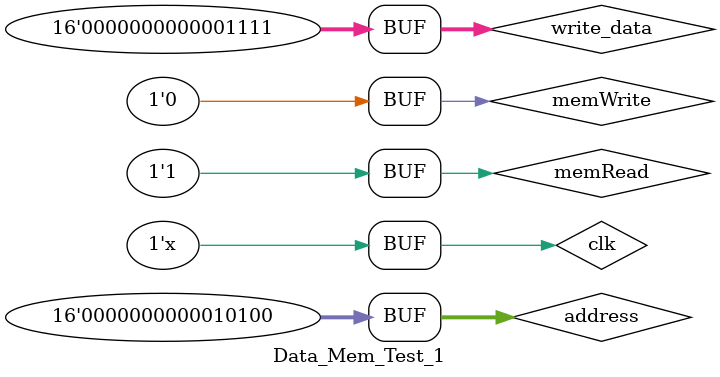
<source format=v>
`timescale 1ns / 1ps


module Data_Mem_Test_1;

	// Inputs
	reg clk;
	reg memRead;
	reg memWrite;
	reg [15:0] address;
	reg [15:0] write_data;

	// Outputs
	wire [15:0] read_data;

	// Instantiate the Unit Under Test (UUT)
	Data_Mem uut (
		.clk(clk), 
		.memRead(memRead), 
		.memWrite(memWrite), 
		.address(address), 
		.write_data(write_data), 
		.read_data(read_data)
	);

	initial begin
		// Initialize Inputs
		clk = 0;
		memRead = 0;
		memWrite = 0;
		address = 0;
		write_data = 0;

		// Wait 100 ns for global reset to finish
		#100;
	   if( read_data == 5) $display("Reading Done Succeessfully");
		  memRead = 0;
		  address = 20;
		  memWrite = 1;
		  write_data = 15;
        
		  #100
		  memRead = 1;
		  memWrite = 0;
		  #100
		  if( read_data == 15 ) $display("Writing Done Successfully");

	end
	always #2 clk=~clk;
      
endmodule


</source>
